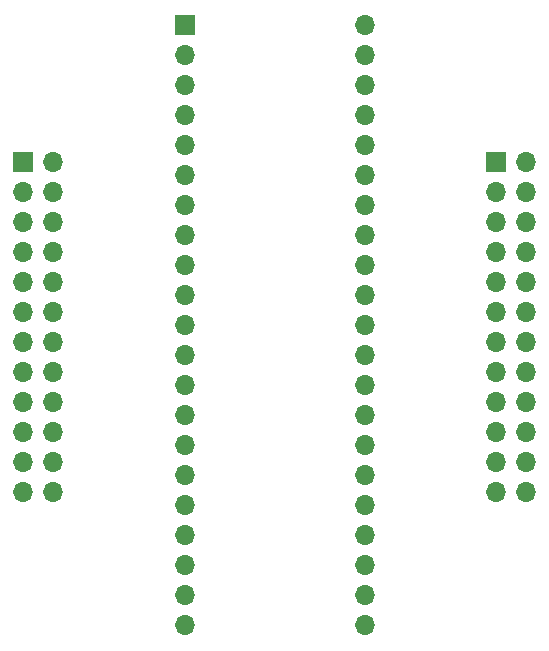
<source format=gbr>
%TF.GenerationSoftware,KiCad,Pcbnew,(6.0.1)*%
%TF.CreationDate,2022-04-03T17:56:57-07:00*%
%TF.ProjectId,MaskRom-TSOP48-to-DIP42-adapter,4d61736b-526f-46d2-9d54-534f5034382d,rev?*%
%TF.SameCoordinates,Original*%
%TF.FileFunction,Soldermask,Top*%
%TF.FilePolarity,Negative*%
%FSLAX46Y46*%
G04 Gerber Fmt 4.6, Leading zero omitted, Abs format (unit mm)*
G04 Created by KiCad (PCBNEW (6.0.1)) date 2022-04-03 17:56:57*
%MOMM*%
%LPD*%
G01*
G04 APERTURE LIST*
%ADD10R,1.700000X1.700000*%
%ADD11O,1.700000X1.700000*%
G04 APERTURE END LIST*
D10*
%TO.C,J1*%
X163202000Y-67058000D03*
D11*
X165742000Y-67058000D03*
X163202000Y-69598000D03*
X165742000Y-69598000D03*
X163202000Y-72138000D03*
X165742000Y-72138000D03*
X163202000Y-74678000D03*
X165742000Y-74678000D03*
X163202000Y-77218000D03*
X165742000Y-77218000D03*
X163202000Y-79758000D03*
X165742000Y-79758000D03*
X163202000Y-82298000D03*
X165742000Y-82298000D03*
X163202000Y-84838000D03*
X165742000Y-84838000D03*
X163202000Y-87378000D03*
X165742000Y-87378000D03*
X163202000Y-89918000D03*
X165742000Y-89918000D03*
X163202000Y-92458000D03*
X165742000Y-92458000D03*
X163202000Y-94998000D03*
X165742000Y-94998000D03*
X125682000Y-94998000D03*
X123142000Y-94998000D03*
X125682000Y-92458000D03*
X123142000Y-92458000D03*
X125682000Y-89918000D03*
X123142000Y-89918000D03*
X125682000Y-87378000D03*
X123142000Y-87378000D03*
X125682000Y-84838000D03*
X123142000Y-84838000D03*
X125682000Y-82298000D03*
X123142000Y-82298000D03*
X125682000Y-79758000D03*
X123142000Y-79758000D03*
X125682000Y-77218000D03*
X123142000Y-77218000D03*
X125682000Y-74678000D03*
X123142000Y-74678000D03*
X125682000Y-72138000D03*
X123142000Y-72138000D03*
X125682000Y-69598000D03*
X123142000Y-69598000D03*
X125682000Y-67058000D03*
D10*
X123142000Y-67058000D03*
%TD*%
D11*
%TO.C,U2*%
X152082000Y-55508000D03*
X152082000Y-58048000D03*
X152082000Y-60588000D03*
X152082000Y-63128000D03*
X152082000Y-65668000D03*
X152082000Y-68208000D03*
X152082000Y-70748000D03*
X152082000Y-73288000D03*
X152082000Y-75828000D03*
X152082000Y-78368000D03*
X152082000Y-80908000D03*
X152082000Y-83448000D03*
X152082000Y-85988000D03*
X152082000Y-88528000D03*
X152082000Y-91068000D03*
X152082000Y-93608000D03*
X152082000Y-96148000D03*
X152082000Y-98688000D03*
X152082000Y-101228000D03*
X152082000Y-103768000D03*
X152082000Y-106308000D03*
X136842000Y-106308000D03*
X136842000Y-103768000D03*
X136842000Y-101228000D03*
X136842000Y-98688000D03*
X136842000Y-96148000D03*
X136842000Y-93608000D03*
X136842000Y-91068000D03*
X136842000Y-88528000D03*
X136842000Y-85988000D03*
X136842000Y-83448000D03*
X136842000Y-80908000D03*
X136842000Y-78368000D03*
X136842000Y-75828000D03*
X136842000Y-73288000D03*
X136842000Y-70748000D03*
X136842000Y-68208000D03*
X136842000Y-65668000D03*
X136842000Y-63128000D03*
X136842000Y-60588000D03*
X136842000Y-58048000D03*
D10*
X136842000Y-55508000D03*
%TD*%
M02*

</source>
